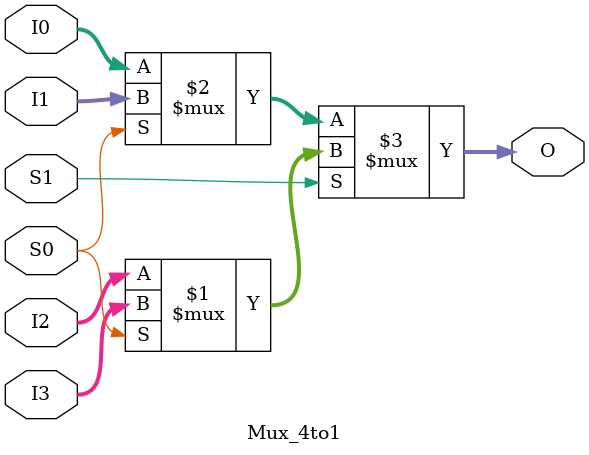
<source format=v>
`timescale 1ns / 1ps


module Mux_4to1 (I0, I1, I2, I3, S0, S1, O);
input [3:0] I0, I1, I2, I3;
input S0, S1;
output [3:0] O;

assign O = S1 ? (S0 ? I3 : I2) : (S0 ? I1 : I0);

endmodule

</source>
